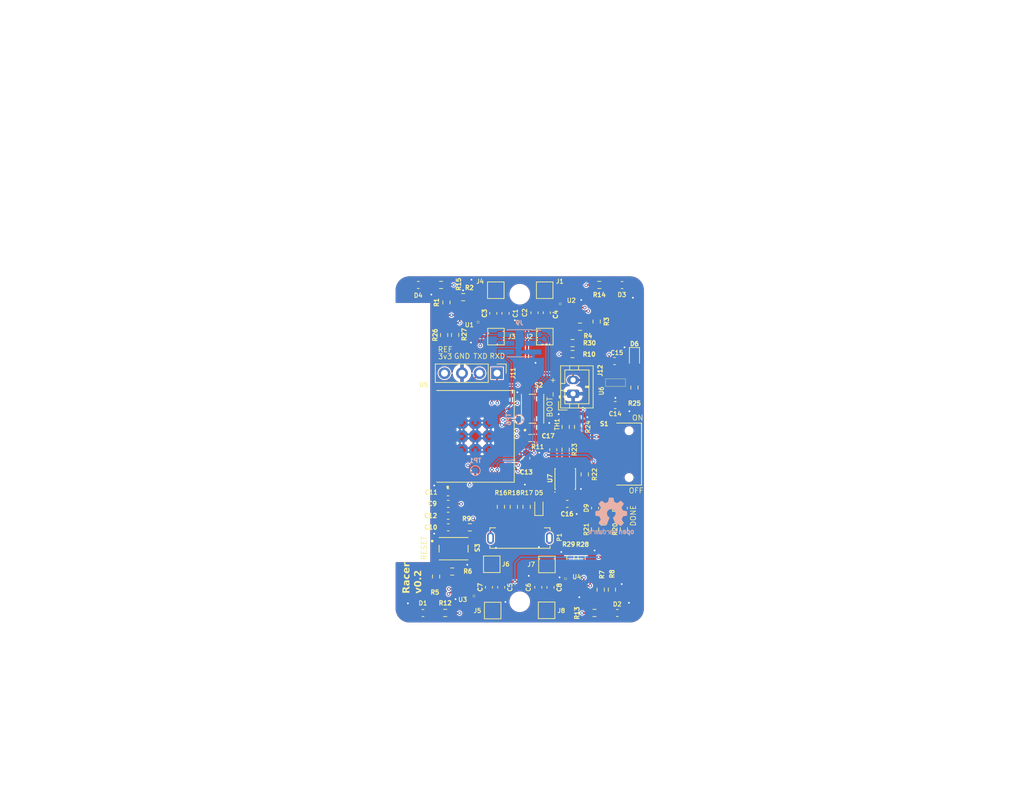
<source format=kicad_pcb>
(kicad_pcb (version 20240108) (generator "pcbnew") (generator_version "8.0")
  (layers (0 "F.Cu" signal) (1 "In1.Cu" signal) (2 "In2.Cu" signal) (31 "B.Cu" signal) (34 "B.Paste" user) (35 "F.Paste" user) (36 "B.SilkS" user "B.Silkscreen") (37 "F.SilkS" user "F.Silkscreen") (38 "B.Mask" user) (39 "F.Mask" user) (44 "Edge.Cuts" user))
  (net 0 "")
  (net 1 "LIPO+")
  (net 2 "GND")
  (net 3 "+3V3")
  (net 4 "/CP_EN")
  (net 5 "+5V")
  (net 6 "Net-(D1-A)")
  (net 7 "Net-(D2-A)")
  (net 8 "Net-(D3-A)")
  (net 9 "Net-(D4-A)")
  (net 10 "/OPT_INT")
  (net 11 "/U0RXD")
  (net 12 "/U0TXD")
  (net 13 "Net-(U1-VSET)")
  (net 14 "Net-(U1-VREF)")
  (net 15 "Net-(U2-VREF)")
  (net 16 "Net-(U2-VSET)")
  (net 17 "Net-(U3-VSET)")
  (net 18 "Net-(U3-VREF)")
  (net 19 "Net-(U4-VREF)")
  (net 20 "Net-(U4-VSET)")
  (net 21 "/ADC_BATT")
  (net 22 "Net-(U5-IO08)")
  (net 23 "Net-(U5-IO27)")
  (net 24 "Net-(U5-IO26)")
  (net 25 "Net-(U5-IO25)")
  (net 26 "Net-(U5-IO22)")
  (net 27 "Net-(P1-SHIELD)")
  (net 28 "Net-(P1-VCONN)")
  (net 29 "Net-(P1-CC)")
  (net 30 "/STAT1")
  (net 31 "/STAT2")
  (net 32 "Net-(U7-PROG)")
  (net 33 "Net-(R23-Pad1)")
  (net 34 "Net-(U7-THERM)")
  (net 35 "Net-(J1-Pin_1)")
  (net 36 "Net-(J2-Pin_1)")
  (net 37 "Net-(J3-Pin_1)")
  (net 38 "Net-(J4-Pin_1)")
  (net 39 "Net-(J5-Pin_1)")
  (net 40 "Net-(J6-Pin_1)")
  (net 41 "Net-(J7-Pin_1)")
  (net 42 "Net-(J8-Pin_1)")
  (net 43 "MOTOR_0_IN1")
  (net 44 "MOTOR_0_IN2")
  (net 45 "MOTOR_1_IN1")
  (net 46 "MOTOR_1_IN2")
  (net 47 "/SCL")
  (net 48 "Net-(U5-IO11)")
  (net 49 "Net-(U5-IO3)")
  (net 50 "/SDA")
  (net 51 "/HAL_OUT")
  (net 63 "Net-(D8-A)")
  (net 64 "Net-(D9-A)")
  (net 65 "Net-(D6-A)")
  (net 66 "/CHRGR+")
  (net 67 "Net-(U5-IO9)")
  (net 69 "RAW")
  (footprint "Capacitor_SMD:C_0603_1608Metric" (layer "F.Cu") (at 170.167 88.0364)
    (property "Reference" "D4")
    (property "Value" "LED")
  )
  (footprint "Capacitor_SMD:C_0603_1608Metric" (layer "F.Cu") (at 187.0284 92.063 90)
    (property "Reference" "C2")
    (property "Value" "10uF")
  )
  (footprint "Capacitor_SMD:C_0603_1608Metric" (layer "F.Cu") (at 191.77 119.7864)
    (property "Reference" "C16")
    (property "Value" "10uF")
  )
  (footprint "Capacitor_SMD:C_0603_1608Metric" (layer "F.Cu") (at 180.4162 131.8892 -90)
    (property "Reference" "C7")
    (property "Value" "0.1uF")
  )
  (footprint "Capacitor_SMD:C_0603_1608Metric" (layer "F.Cu") (at 174.498 121.5136 180)
    (property "Reference" "C12")
    (property "Value" "0.1uF")
  )
  (footprint "Resistor_SMD:R_0603_1608Metric" (layer "F.Cu") (at 175.0822 129.6032)
    (property "Reference" "R6")
    (property "Value" "30k")
  )
  (footprint "Resistor_SMD:R_0603_1608Metric" (layer "F.Cu") (at 193.6324 94.095 180)
    (property "Reference" "R4")
    (property "Value" "30k")
  )
  (footprint "Resistor_SMD:R_0603_1608Metric" (layer "F.Cu") (at 191.5414 111.9256 -90)
    (property "Reference" "R23")
    (property "Value" "1.43K")
  )
  (footprint "Resistor_SMD:R_0603_1608Metric" (layer "F.Cu") (at 196.4182 88.0364 180)
    (property "Reference" "R14")
    (property "Value" "200")
  )
  (footprint "TestPoint:TestPoint_Pad_2.0x2.0mm" (layer "F.Cu") (at 180.9496 135.255 180)
    (property "Reference" "J5")
    (property "Value" "motor0")
  )
  (footprint "TestPoint:TestPoint_Pad_2.0x2.0mm" (layer "F.Cu") (at 188.8236 128.5748)
    (property "Reference" "J7")
    (property "Value" "motor0")
  )
  (footprint "Capacitor_SMD:C_0603_1608Metric" (layer "F.Cu") (at 198.7202 105.4608)
    (property "Reference" "C14")
    (property "Value" "2.2uF")
  )
  (footprint "TestPoint:TestPoint_Pad_2.0x2.0mm" (layer "F.Cu") (at 181.4068 88.7984 180)
    (property "Reference" "J4")
    (property "Value" "motor1")
  )
  (footprint "Capacitor_SMD:C_0603_1608Metric" (layer "F.Cu") (at 195.8086 120.396 -90)
    (property "Reference" "D9")
    (property "Value" "LED")
  )
  (footprint "Resistor_SMD:R_0603_1608Metric" (layer "F.Cu") (at 196.6214 132.2324 -90)
    (property "Reference" "R7")
    (property "Value" "10k")
  )
  (footprint "custom_IC:MountingHole_2.7mm_M2.5" (layer "F.Cu") (at 184.8866 89.3826)
    (property "Reference" "REF**" (hide yes))
    (property "Value" "MountingHole_2.7mm_M2.5" (hide yes))
  )
  (footprint "Resistor_SMD:R_0603_1608Metric" (layer "F.Cu") (at 173.9138 95.3008 90)
    (property "Reference" "R26")
    (property "Value" "100k")
  )
  (footprint "Resistor_SMD:R_0603_1608Metric" (layer "F.Cu") (at 201.5142 102.9228 -90)
    (property "Reference" "R25")
    (property "Value" "200")
  )
  (footprint "Resistor_SMD:R_0603_1608Metric" (layer "F.Cu") (at 193.8528 127.635 -90)
    (property "Reference" "R28")
    (property "Value" "100k")
  )
  (footprint "kicad_reformed_custom_IC:AP2204" (layer "F.Cu") (at 198.7202 102.1588)
    (property "Reference" "U6")
    (property "Value" "AP2204")
  )
  (footprint "Capacitor_SMD:C_0603_1608Metric" (layer "F.Cu") (at 198.628 99.0854)
    (property "Reference" "C15")
    (property "Value" "10uF")
  )
  (footprint "Resistor_SMD:R_0603_1608Metric" (layer "F.Cu") (at 185.8772 120.2182 90)
    (property "Reference" "R17")
    (property "Value" "5k1")
  )
  (footprint "Resistor_SMD:R_0603_1608Metric" (layer "F.Cu") (at 172.7454 130.3274 90)
    (property "Reference" "R5")
    (property "Value" "10k")
  )
  (footprint "Resistor_SMD:R_0603_1608Metric" (layer "F.Cu") (at 192.2272 127.6604 -90)
    (property "Reference" "R29")
    (property "Value" "100k")
  )
  (footprint "TestPoint:TestPoint_Pad_2.0x2.0mm" (layer "F.Cu") (at 181.4322 95.5294 180)
    (property "Reference" "J3")
    (property "Value" "motor0")
  )
  (footprint "Resistor_SMD:R_0603_1608Metric" (layer "F.Cu") (at 174.0662 135.6106)
    (property "Reference" "R12")
    (property "Value" "200")
  )
  (footprint "Capacitor_SMD:C_0603_1608Metric" (layer "F.Cu") (at 185.8264 113.157 -90)
    (property "Reference" "C13")
    (property "Value" "0.1uF")
  )
  (footprint "TestPoint:TestPoint_Pad_2.0x2.0mm" (layer "F.Cu") (at 180.8226 128.5494 180)
    (property "Reference" "J6")
    (property "Value" "motor1")
  )
  (footprint "Capacitor_SMD:C_0603_1608Metric" (layer "F.Cu") (at 199.9742 120.396 -90)
    (property "Reference" "D8")
    (property "Value" "LED")
  )
  (footprint "Resistor_SMD:R_0603_1608Metric" (layer "F.Cu") (at 192.532 98.0694 180)
    (property "Reference" "R10")
    (property "Value" "10k")
  )
  (footprint "Resistor_SMD:R_0603_1608Metric" (layer "F.Cu") (at 177.6476 123.19 180)
    (property "Reference" "R9")
    (property "Value" "10k")
  )
  (footprint "Resistor_SMD:R_0603_1608Metric" (layer "F.Cu") (at 192.532 96.4692)
    (property "Reference" "R30")
    (property "Value" "10k")
  )
  (footprint "kicad_reformed_custom_IC:A3908" (layer "F.Cu") (at 193.0908 131.9142)
    (property "Reference" "U4")
    (property "Value" "A3908")
  )
  (footprint "kicad_reformed_custom_IC:SW_PTS810_SJM_250_SMTR_LFS" (layer "F.Cu") (at 186.7408 105.9942 90)
    (property "Reference" "S2")
    (property "Value" "TL4100AF240QG_")
  )
  (footprint "Resistor_SMD:R_0603_1608Metric" (layer "F.Cu") (at 194.31 115.507 -90)
    (property "Reference" "R22")
    (property "Value" "5K")
  )
  (footprint "Resistor_SMD:R_0603_1608Metric" (layer "F.Cu") (at 196.0372 93.345 -90)
    (property "Reference" "R3")
    (property "Value" "10k")
  )
  (footprint "Capacitor_SMD:C_0603_1608Metric" (layer "F.Cu") (at 181.043 92.1552 -90)
    (property "Reference" "C3")
    (property "Value" "0.1uF")
  )
  (footprint "Connector_JST:JST_PH_B2B-PH-K_1x02_P2.00mm_Vertical" (layer "F.Cu") (at 192.617 103.8192 90)
    (property "Reference" "J12")
    (property "Value" "JST 2.0 BATT")
  )
  (footprint "Capacitor_SMD:C_0603_1608Metric" (layer "F.Cu") (at 189.3448 131.9022 90)
    (property "Reference" "C8")
    (property "Value" "0.1uF")
  )
  (footprint "kicad_reformed_custom_IC:CUI_UJC-VP-3-SMT-TR" (layer "F.Cu") (at 184.912 124.7506)
    (property "Reference" "P1")
    (property "Value" "USB_C_Plug_USB2.0")
  )
  (footprint "Resistor_SMD:R_0603_1608Metric" (layer "F.Cu") (at 195.7194 135.6106 180)
    (property "Reference" "R13")
    (property "Value" "200")
  )
  (footprint "kicad_reformed_custom_IC:A3908" (layer "F.Cu") (at 177.258 92.1552 180)
    (property "Reference" "U1")
    (property "Value" "A3908")
  )
  (footprint "Resistor_SMD:R_0603_1608Metric" (layer "F.Cu") (at 191.5428 108.6236 90)
    (property "Reference" "TH1")
    (property "Value" "TH 10k")
  )
  (footprint "kicad_reformed_custom_IC:A3908" (layer "F.Cu") (at 192.3374 92.063)
    (property "Reference" "U2")
    (property "Value" "A3908")
  )
  (footprint "Resistor_SMD:R_0603_1608Metric" (layer "F.Cu") (at 173.469 88.0364)
    (property "Reference" "R15")
    (property "Value" "200")
  )
  (footprint "Diode_SMD:D_0603_1608Metric" (layer "F.Cu") (at 201.5142 98.6028 -90)
    (property "Reference" "D6")
    (property "Value" "PWLED")
  )
  (footprint "Connector_PinHeader_2.54mm:PinHeader_1x04_P2.54mm_Vertical" (layer "F.Cu") (at 181.5846 100.838 -90)
    (property "Reference" "J11")
    (property "Value" "UART")
  )
  (footprint "kicad_reformed_custom_IC:MODULE_ESP32-H2-MINI-1-H2" (layer "F.Cu") (at 175.7328 109.995 90)
    (property "Reference" "U5")
    (property "Value" "ESP32-H2-MINI-1")
  )
  (footprint "Capacitor_SMD:C_0603_1608Metric" (layer "F.Cu") (at 188.8064 92.063 90)
    (property "Reference" "C4")
    (property "Value" "0.1uF")
  )
  (footprint "Capacitor_SMD:C_0603_1608Metric" (layer "F.Cu") (at 182.1942 131.8892 -90)
    (property "Reference" "C5")
    (property "Value" "10uF")
  )
  (footprint "Resistor_SMD:R_0603_1608Metric" (layer "F.Cu") (at 186.4106 110.236)
    (property "Reference" "R11")
    (property "Value" "10k")
  )
  (footprint "Capacitor_SMD:C_0603_1608Metric" (layer "F.Cu") (at 199.0214 135.6106 180)
    (property "Reference" "D2")
    (property "Value" "LED")
  )
  (footprint "kicad_reformed_custom_IC:A3908" (layer "F.Cu") (at 176.6702 131.8772 180)
    (property "Reference" "U3")
    (property "Value" "A3908")
  )
  (footprint "Resistor_SMD:R_0603_1608Metric" (layer "F.Cu") (at 174.244 90.5764 90)
    (property "Reference" "R1")
    (property "Value" "10k")
  )
  (footprint "Capacitor_SMD:C_0603_1608Metric" (layer "F.Cu") (at 170.8404 135.62)
    (property "Reference" "D1")
    (property "Value" "LED")
  )
  (footprint "Resistor_SMD:R_0603_1608Metric" (layer "F.Cu") (at 184.023 120.2182 90)
    (property "Reference" "R18")
    (property "Value" "5k1")
  )
  (footprint "Resistor_SMD:R_0603_1608Metric" (layer "F.Cu") (at 175.5094 95.2876 90)
    (property "Reference" "R27")
    (property "Value" "100k")
  )
  (footprint "kicad_reformed_custom_IC:SW_PTS810_SJM_250_SMTR_LFS" (layer "F.Cu") (at 175.2854 126.2888)
    (property "Reference" "S3")
    (property "Value" "TL4100AF240QG_")
  )
  (footprint "TestPoint:TestPoint_Pad_2.0x2.0mm" (layer "F.Cu") (at 188.5188 95.5294)
    (property "Reference" "J2")
    (property "Value" "motor1")
  )
  (footprint "Capacitor_SMD:C_0603_1608Metric" (layer "F.Cu") (at 187.5668 131.8872 90)
    (property "Reference" "C6")
    (property "Value" "10uF")
  )
  (footprint "Capacitor_SMD:C_0603_1608Metric" (layer "F.Cu") (at 174.4726 118.11 180)
    (property "Reference" "C11")
    (property "Value" "0.1uF")
  )
  (footprint "Capacitor_SMD:C_0603_1608Metric" (layer "F.Cu") (at 174.5104 123.19 180)
    (property "Reference" "C10")
    (property "Value" "1uF 25V")
  )
  (footprint "custom_IC:MountingHole_2.7mm_M2.5" (layer "F.Cu") (at 184.8866 133.985)
    (property "Reference" "REF**" (hide yes))
    (property "Value" "MountingHole_2.7mm_M2.5" (hide yes))
  )
  (footprint "Capacitor_SMD:C_0603_1608Metric" (layer "F.Cu") (at 182.821 92.1552 -90)
    (property "Reference" "C1")
    (property "Value" "10uF")
  )
  (footprint "Resistor_SMD:R_0603_1608Metric" (layer "F.Cu") (at 195.8086 123.4816 90)
    (property "Reference" "R21")
    (property "Value" "200")
  )
  (footprint "Capacitor_SMD:C_0603_1608Metric" (layer "F.Cu") (at 199.7202 88.0618 180)
    (property "Reference" "D3")
    (property "Value" "LED")
  )
  (footprint "TestPoint:TestPoint_Pad_2.0x2.0mm" (layer "F.Cu") (at 188.4934 88.7984)
    (property "Reference" "J1")
    (property "Value" "motor0")
  )
  (footprint "Diode_SMD:D_SOD-523" (layer "F.Cu") (at 187.6552 120.2182 90)
    (property "Reference" "D5")
    (property "Value" "TPD1E10B06DPYR")
  )
  (footprint "TestPoint:TestPoint_Pad_2.0x2.0mm" (layer "F.Cu") (at 188.7728 135.2296)
    (property "Reference" "J8")
    (property "Value" "motor1")
  )
  (footprint "kicad_reformed_custom_IC:SW_JS102011SAQN" (layer "F.Cu") (at 200.7362 112.5728 90)
    (property "Reference" "S1")
    (property "Value" "JS102011SAQN")
  )
  (footprint "kicad_reformed_custom_IC:LOGO_6mm_microDMG" (layer "F.Cu") (at 200.3298 92.8624)
    (property "Reference" "G***" (hide yes))
    (property "Value" "LOGO" (hide yes))
  )
  (footprint "Resistor_SMD:R_0603_1608Metric" (layer "F.Cu") (at 193.3448 108.6236 -90)
    (property "Reference" "R24")
    (property "Value" "75K")
  )
  (footprint "Resistor_SMD:R_0603_1608Metric" (layer "F.Cu") (at 199.9742 123.4694 90)
    (property "Reference" "R20")
    (property "Value" "200")
  )
  (footprint "Resistor_SMD:R_0603_1608Metric" (layer "F.Cu") (at 176.6824 89.8144)
    (property "Reference" "R2")
    (property "Value" "30k")
  )
  (footprint "kicad_reformed_custom_IC:SON50P300X300X100-11N" (layer "F.Cu") (at 191.4826 116.18 90)
    (property "Reference" "U7")
    (property "Value" "MCP73833")
  )
  (footprint "Capacitor_SMD:C_0603_1608Metric" (layer "F.Cu") (at 189.738 111.9256 90)
    (property "Reference" "C17")
    (property "Value" "22uF")
  )
  (footprint "Resistor_SMD:R_0603_1608Metric" (layer "F.Cu") (at 182.1434 120.2182 90)
    (property "Reference" "R16")
    (property "Value" "1M")
  )
  (footprint "Capacitor_SMD:C_0603_1608Metric" (layer "F.Cu") (at 174.498 119.7864 180)
    (property "Reference" "C9")
    (property "Value" "47uF")
  )
  (footprint "Resistor_SMD:R_0603_1608Metric" (layer "F.Cu") (at 198.247 132.2324 90)
    (property "Reference" "R8")
    (property "Value" "30k")
  )
  (footprint "Symbol:OSHW-Logo2_7.3x6mm_SilkScreen" (layer "B.Cu") (at 198.1454 121.6406 180)
    (property "Reference" "REF**" (hide yes))
    (property "Value" "OSHW-Logo2_7.3x6mm_SilkScreen" (hide yes))
  )
  (footprint "TestPoint:TestPoint_Pad_D1.0mm" (layer "B.Cu") (at 184.785 107.5436)
    (property "Reference" "TP6")
    (property "Value" "TP")
  )
  (footprint "Connector_PinHeader_1.27mm:PinHeader_2x03_P1.27mm_Vertical_SMD" (layer "B.Cu") (at 184.8554 96.4946 180)
    (property "Reference" "J9")
    (property "Value" "Conn_02x03_SMT")
  )
  (footprint "TestPoint:TestPoint_Pad_D1.0mm" (layer "B.Cu") (at 178.435 114.9604 180)
    (property "Reference" "TP1")
    (property "Value" "TP")
  )
  (gr_arc (start 166.8808 88.782999) (mid 167.466586 87.368786) (end 168.880799 86.783) (stroke (width 0.000254)) (layer "Edge.Cuts"))
  (gr_line (start 202.8808 134.985) (end 202.8808 88.783) (stroke (width 0.000254)) (layer "Edge.Cuts"))
  (gr_line (start 166.8808 88.782999) (end 166.8808 134.985002) (stroke (width 0.000254)) (layer "Edge.Cuts"))
  (gr_arc (start 200.8808 86.783) (mid 202.295014 87.368786) (end 202.8808 88.783) (stroke (width 0.000254)) (layer "Edge.Cuts"))
  (gr_arc (start 202.8808 134.985) (mid 202.295014 136.399214) (end 200.8808 136.985) (stroke (width 0.000254)) (layer "Edge.Cuts"))
  (gr_arc (start 168.880798 136.985) (mid 167.466586 136.399214) (end 166.8808 134.985002) (stroke (width 0.000254)) (layer "Edge.Cuts"))
  (gr_line (start 200.8808 86.783) (end 168.880799 86.783) (stroke (width 0.000254)) (layer "Edge.Cuts"))
  (gr_line (start 168.880798 136.985) (end 200.8808 136.985) (stroke (width 0.000254)) (layer "Edge.Cuts"))
  (gr_text "REF" (at 172.9486 97.8408 0) (layer "F.SilkS") (effects (font (size 0.762 0.762) (thickness 0.1016) (bold yes)) (justify left bottom)))
  (gr_text "+" (at 190.246 101.473 180) (layer "F.SilkS") (effects (font (size 0.762 0.762) (thickness 0.1016) (bold yes)) (justify left bottom)))
  (gr_text "Racer\nv0.2" (at 170.7642 132.8166 90) (layer "F.SilkS") (effects (font (size 1.016 1.016) (thickness 0.1016) (bold yes)) (justify left bottom)))
  (gr_text "RESET" (at 171.45 127.9906 90) (layer "F.SilkS") (effects (font (size 0.762 0.762) (thickness 0.1016) (bold yes)) (justify left bottom)))
  (gr_text "CHRG" (at 197.612 123.0884 90) (layer "F.SilkS") (effects (font (size 0.762 0.762) (thickness 0.1016) (bold yes)) (justify left bottom)))
  (gr_text "GND" (at 175.2854 98.806 0) (layer "F.SilkS") (effects (font (size 0.762 0.762) (thickness 0.1016) (bold yes)) (justify left bottom)))
  (gr_text "BOOT" (at 189.6872 107.2896 90) (layer "F.SilkS") (effects (font (size 0.762 0.762) (thickness 0.1016) (bold yes)) (justify left bottom)))
  (gr_text "RXD" (at 180.4416 98.806 0) (layer "F.SilkS") (effects (font (size 0.762 0.762) (thickness 0.1016) (bold yes)) (justify left bottom)))
  (gr_text "DONE" (at 201.7776 123.0884 90) (layer "F.SilkS") (effects (font (size 0.762 0.762) (thickness 0.1016) (bold yes)) (justify left bottom)))
  (gr_text "-" (at 189.3316 103.378 -90) (layer "F.SilkS") (effects (font (size 0.762 0.762) (thickness 0.1016) (bold yes)) (justify left bottom)))
  (gr_text "ON" (at 201.1172 107.7468 0) (layer "F.SilkS") (effects (font (size 0.762 0.762) (thickness 0.1016) (bold yes)) (justify left bottom)))
  (gr_text "TXD" (at 178.0794 98.8314 0) (layer "F.SilkS") (effects (font (size 0.762 0.762) (thickness 0.1016) (bold yes)) (justify left bottom)))
  (gr_text "3v3" (at 172.974 98.8568 0) (layer "F.SilkS") (effects (font (size 0.762 0.762) (thickness 0.1016) (bold yes)) (justify left bottom)))
  (gr_text "OFF" (at 200.6346 118.3132 0) (layer "F.SilkS") (effects (font (size 0.762 0.762) (thickness 0.1016) (bold yes)) (justify left bottom)))
  (segment (start 193.357 98.0694) (end 193.357 99.4034) (width 0.2032) (layer "F.Cu") (net 1))
  (segment (start 197.9862 112.5728) (end 196.1388 112.5728) (width 0.3048) (layer "F.Cu") (net 1))
  (segment (start 195.3768 102.6414) (end 194.5546 101.8192) (width 0.3048) (layer "F.Cu") (net 1))
  (segment (start 194.5546 101.8192) (end 192.617 101.8192) (width 0.3048) (layer "F.Cu") (net 1))
  (segment (start 195.3768 111.8108) (end 195.3768 102.6414) (width 0.3048) (layer "F.Cu") (net 1))
  (segment (start 196.1388 112.5728) (end 195.3768 111.8108) (width 0.3048) (layer "F.Cu") (net 1))
  (segment (start 192.617 100.1434) (end 192.617 101.8192) (width 0.2032) (layer "F.Cu") (net 1))
  (segment (start 193.357 99.4034) (end 192.617 100.1434) (width 0.2032) (layer "F.Cu") (net 1))
  (via (at 172.0596 89.4334) (size 0.508) (drill 0.254) (layers "F.Cu" "B.Cu") (net 2))
  (via (at 181.4322 126.1618) (size 0.508) (drill 0.254) (layers "F.Cu" "B.Cu") (net 2))
  (via (at 194.691 107.2134) (size 0.508) (drill 0.254) (layers "F.Cu" "B.Cu") (net 2))
  (via (at 172.466 117.1194) (size 0.508) (drill 0.254) (layers "F.Cu" "B.Cu") (net 2))
  (via (at 172.466 124.1044) (size 0.508) (drill 0.254) (layers "F.Cu" "B.Cu") (net 2))
  (via (at 201.295 89.8906) (size 0.508) (drill 0.254) (layers "F.Cu" "B.Cu") (net 2))
  (via (at 193.7512 117.6274) (size 0.508) (drill 0.254) (layers "F.Cu" "B.Cu") (net 2))
  (via (at 185.6232 116.9924) (size 0.508) (drill 0.254) (layers "F.Cu" "B.Cu") (net 2))
  (via (at 199.6694 131.4196) (size 0.508) (drill 0.254) (layers "F.Cu" "B.Cu") (net 2))
  (via (at 184.1754 93.1672) (size 0.508) (drill 0.254) (layers "F.Cu" "B.Cu") (net 2))
  (via (at 193.5226 133.3246) (size 0.508) (drill 0.254) (layers "F.Cu" "B.Cu") (net 2))
  (via (at 193.1416 121.2596) (size 0.508) (drill 0.254) (layers "F.Cu" "B.Cu") (net 2))
  (via (at 186.182 130.2258) (size 0.508) (drill 0.254) (layers "F.Cu" "B.Cu") (net 2))
  (via (at 190.6524 130.4544) (size 0.508) (drill 0.254) (layers "F.Cu" "B.Cu") (net 2))
  (via (at 187.1726 99.3394) (size 0.508) (drill 0.254) (layers "F.Cu" "B.Cu") (net 2))
  (via (at 177.8 96.393) (size 0.508) (drill 0.254) (layers "F.Cu" "B.Cu") (net 2))
  (via (at 200.787 106.3498) (size 0.508) (drill 0.254) (layers "F.Cu" "B.Cu") (net 2))
  (via (at 184.531 103.6066) (size 0.508) (drill 0.254) (layers "F.Cu" "B.Cu") (net 2))
  (via (at 187.706 112.3696) (size 0.508) (drill 0.254) (layers "F.Cu" "B.Cu") (net 2))
  (via (at 168.656 134.2136) (size 0.508) (drill 0.254) (layers "F.Cu" "B.Cu") (net 2))
  (via (at 198.755 104.4194) (size 0.508) (drill 0.254) (layers "F.Cu" "B.Cu") (net 2))
  (via (at 200.0758 97.0788) (size 0.508) (drill 0.254) (layers "F.Cu" "B.Cu") (net 2))
  (via (at 200.7108 134.1374) (size 0.508) (drill 0.254) (layers "F.Cu" "B.Cu") (net 2))
  (via (at 177.8762 87.2744) (size 0.508) (drill 0.254) (layers "F.Cu" "B.Cu") (net 2))
  (via (at 190.5254 106.7816) (size 0.508) (drill 0.254) (layers "F.Cu" "B.Cu") (net 2))
  (via (at 176.657 88.8238) (size 0.508) (drill 0.254) (layers "F.Cu" "B.Cu") (net 2))
  (via (at 189.1538 108.0516) (size 0.508) (drill 0.254) (layers "F.Cu" "B.Cu") (net 2))
  (via (at 177.2666 128.6256) (size 0.508) (drill 0.254) (layers "F.Cu" "B.Cu") (net 2))
  (via (at 187.6552 126.0602) (size 0.508) (drill 0.254) (layers "F.Cu" "B.Cu") (net 2))
  (via (at 175.5648 133.604) (size 0.508) (drill 0.254) (layers "F.Cu" "B.Cu") (net 2))
  (via (at 193.802 90.2208) (size 0.508) (drill 0.254) (layers "F.Cu" "B.Cu") (net 2))
  (via (at 182.8038 134.0104) (size 0.508) (drill 0.254) (layers "F.Cu" "B.Cu") (net 2))
  (via (at 190.9064 126.7714) (size 0.508) (drill 0.254) (layers "F.Cu" "B.Cu") (net 2))
  (via (at 195.7324 126.5428) (size 0.508) (drill 0.254) (layers "F.Cu" "B.Cu") (net 2))
  (segment (start 197.8202 100.8588) (end 197.8202 99.1182) (width 0.2032) (layer "F.Cu") (net 3))
  (segment (start 175.273 119.7864) (end 176.3776 119.7864) (width 0.2032) (layer "F.Cu") (net 3))
  (segment (start 178.4726 123.19) (end 178.4726 122.237) (width 0.2032) (layer "F.Cu") (net 3))
  (segment (start 197.8202 99.1182) (end 197.853 99.0854) (width 0.2032) (layer "F.Cu") (net 3))
  (segment (start 176.0328 115.895) (end 176.0328 116.6006) (width 0.2032) (layer "F.Cu") (net 3))
  (segment (start 185.8264 112.382) (end 186.9316 112.382) (width 0.2032) (layer "F.Cu") (net 3))
  (segment (start 187.2356 110.236) (end 187.2356 111.2398) (width 0.2032) (layer "F.Cu") (net 3))
  (segment (start 197.853 98.1326) (end 197.8406 98.1202) (width 0.2032) (layer "F.Cu") (net 3))
  (segment (start 178.4726 122.237) (end 178.1302 121.8946) (width 0.2032) (layer "F.Cu") (net 3))
  (segment (start 175.273 118.1354) (end 175.2476 118.11) (width 0.2032) (layer "F.Cu") (net 3))
  (segment (start 186.944 111.5314) (end 186.944 112.3696) (width 0.2032) (layer "F.Cu") (net 3))
  (segment (start 187.2356 111.2398) (end 186.944 111.5314) (width 0.2032) (layer "F.Cu") (net 3))
  (segment (start 185.8264 112.382) (end 183.3458 112.382) (width 0.2032) (layer "F.Cu") (net 3))
  (segment (start 186.9316 112.382) (end 186.944 112.3696) (width 0.2032) (layer "F.Cu") (net 3))
  (segment (start 183.3458 112.382) (end 183.3328 112.395) (width 0.2032) (layer "F.Cu") (net 3))
  (segment (start 197.853 99.0854) (end 197.853 98.1326) (width 0.2032) (layer "F.Cu") (net 3))
  (segment (start 176.0328 116.6006) (end 175.2476 117.3858) (width 0.2032) (layer "F.Cu") (net 3))
  (segment (start 175.2476 117.3858) (end 175.2476 118.11) (width 0.2032) (layer "F.Cu") (net 3))
  (segment (start 175.273 119.7864) (end 175.273 118.1354) (width 0.2032) (layer "F.Cu") (net 3))
  (via (at 178.1302 121.8946) (size 0.508) (drill 0.254) (layers "F.Cu" "B.Cu") (net 3))
  (via (at 186.944 112.3696) (size 0.508) (drill 0.254) (layers "F.Cu" "B.Cu") (net 3))
  (via (at 197.8406 98.1202) (size 0.508) (drill 0.254) (layers "F.Cu" "B.Cu") (net 3))
  (via (at 179.1716 96.8248) (size 0.508) (drill 0.254) (layers "F.Cu" "B.Cu") (net 3))
  (via (at 176.3776 119.7864) (size 0.508) (drill 0.254) (layers "F.Cu" "B.Cu") (net 3))
  (segment (start 179.1716 96.0374) (end 179.1716 96.8248) (width 0.2032) (layer "B.Cu") (net 3))
  (segment (start 179.9844 95.2246) (end 179.1716 96.0374) (width 0.2032) (layer "B.Cu") (net 3))
  (segment (start 182.9054 95.2246) (end 179.9844 95.2246) (width 0.2032) (layer "B.Cu") (net 3))
  (segment (start 175.2854 123.19) (end 175.2854 125.1884) (width 0.2032) (layer "F.Cu") (net 4))
  (segment (start 180.0328 116.6646) (end 180.0328 115.895) (width 0.2032) (layer "F.Cu") (net 4))
  (segment (start 175.273 121.5136) (end 175.273 123.1776) (width 0.2032) (layer "F.Cu") (net 4))
  (segment (start 176.9618 118.2878) (end 177.6222 117.6274) (width 0.2032) (layer "F.Cu") (net 4))
  (segment (start 175.273 123.1776) (end 175.2854 123.19) (width 0.2032) (layer "F.Cu") (net 4))
  (segment (start 177.6222 117.6274) (end 179.07 117.6274) (width 0.2032) (layer "F.Cu") (net 4))
  (segment (start 176.2506 121.5136) (end 176.9618 120.8024) (width 0.2032) (layer "F.Cu") (net 4))
  (segment (start 175.3108 125.2138) (end 177.3604 125.2138) (width 0.2032) (layer "F.Cu") (net 4))
  (segment (start 175.273 121.5136) (end 176.2506 121.5136) (width 0.2032) (layer "F.Cu") (net 4))
  (segment (start 173.2104 125.2138) (end 175.3108 125.2138) (width 0.2032) (layer "F.Cu") (net 4))
  (segment (start 176.8226 123.19) (end 175.2854 123.19) (width 0.2032) (layer "F.Cu") (net 4))
  (segment (start 176.9618 120.8024) (end 176.9618 118.2878) (width 0.2032) (layer "F.Cu") (net 4))
  (segment (start 179.07 117.6274) (end 180.0328 116.6646) (width 0.2032) (layer "F.Cu") (net 4))
  (segment (start 175.2854 125.1884) (end 175.3108 125.2138) (width 0.2032) (layer "F.Cu") (net 4))
  (segment (start 186.432 122.3812) (end 186.7154 122.0978) (width 0.3048) (layer "F.Cu") (net 5))
  (segment (start 187.6044 122.0978) (end 190.4492 122.0978) (width 0.3048) (layer "F.Cu") (net 5))
  (segment (start 186.7154 122.0978) (end 187.6044 122.0978) (width 0.3048) (layer "F.Cu") (net 5))
  (segment (start 185.9788 125.857) (end 186.432 125.4038) (width 0.3048) (layer "F.Cu") (net 5))
  (segment (start 190.9826 119.774) (end 190.995 119.7864) (width 0.2032) (layer "F.Cu") (net 5))
  (segment (start 190.4492 122.0978) (end 190.754 121.793) (width 0.3048) (layer "F.Cu") (net 5))
  (segment (start 190.9826 118.5672) (end 190.9826 119.774) (width 0.2032) (layer "F.Cu") (net 5))
  (segment (start 199.9742 124.2944) (end 195.8208 124.2944) (width 0.2032) (layer "F.Cu") (net 5))
  (segment (start 195.8208 124.2944) (end 195.8086 124.3066) (width 0.2032) (layer "F.Cu") (net 5))
  (segment (start 187.6552 122.047) (end 187.6044 122.0978) (width 0.2032) (layer "F.Cu") (net 5))
  (segment (start 190.9826 117.615) (end 190.9826 118.5672) (width 0.2032) (layer "F.Cu") (net 5))
  (segment (start 187.6552 120.9182) (end 187.6552 122.047) (width 0.2032) (layer "F.Cu") (net 5))
  (segment (start 190.754 121.793) (end 190.995 121.552) (width 0.3048) (layer "F.Cu") (net 5))
  (segment (start 183.392 123.9506) (end 183.392 125.4038) (width 0.3048) (layer "F.Cu") (net 5))
  (segment (start 186.432 123.9506) (end 186.432 122.3812) (width 0.3048) (layer "F.Cu") (net 5))
  (segment (start 190.754 121.793) (end 193.2676 124.3066) (width 0.3048) (layer "F.Cu") (net 5))
  (segment (start 186.432 125.4038) (end 186.432 123.9506) (width 0.3048) (layer "F.Cu") (net 5))
  (segment (start 190.4826 117.615) (end 190.4826 118.3974) (width 0.2032) (layer "F.Cu") (net 5))
  (segment (start 190.4826 118.3974) (end 190.6524 118.5672) (width 0.2032) (layer "F.Cu") (net 5))
  (segment (start 183.392 125.4038) (end 183.8452 125.857) (width 0.3048) (layer "F.Cu") (net 5))
  (segment (start 190.995 121.552) (end 190.995 119.7864) (width 0.3048) (layer "F.Cu") (net 5))
  (segment (start 193.2676 124.3066) (end 195.8086 124.3066) (width 0.3048) (layer "F.Cu") (net 5))
  (segment (start 190.6524 118.5672) (end 190.9826 118.5672) (width 0.2032) (layer "F.Cu") (net 5))
  (segment (start 183.8452 125.857) (end 185.9788 125.857) (width 0.3048) (layer "F.Cu") (net 5))
  (segment (start 171.6154 135.62) (end 173.2318 135.62) (width 0.2032) (layer "F.Cu") (net 6))
  (segment (start 173.2318 135.62) (end 173.2412 135.6106) (width 0.2032) (layer "F.Cu") (net 6))
  (segment (start 198.2464 135.6106) (end 196.5444 135.6106) (width 0.3048) (layer "F.Cu") (net 7))
  (segment (start 198.9452 88.0618) (end 198.9198 88.0364) (width 0.2032) (layer "F.Cu") (net 8))
  (segment (start 198.9198 88.0364) (end 197.2432 88.0364) (width 0.2032) (layer "F.Cu") (net 8))
  (segment (start 170.942 88.0364) (end 172.644 88.0364) (width 0.2032) (layer "F.Cu") (net 9))
  (segment (start 180.7718 102.7684) (end 181.5846 101.9556) (width 0.2032) (layer "F.Cu") (net 11))
  (segment (start 178.4328 104.095) (end 178.4328 103.2532) (width 0.2032) (layer "F.Cu") (net 11))
  (segment (start 178.9176 102.7684) (end 180.7718 102.7684) (width 0.2032) (layer "F.Cu") (net 11))
  (segment (start 178.4328 103.2532) (end 178.9176 102.7684) (width 0.2032) (layer "F.Cu") (net 11))
  (segment (start 181.5846 101.9556) (end 181.5846 100.838) (width 0.2032) (layer "F.Cu") (net 11))
  (segment (start 178.1556 101.727) (end 179.0446 100.838) (width 0.2032) (layer "F.Cu") (net 12))
  (segment (start 177.6328 103.215) (end 178.1556 102.6922) (width 0.2032) (layer "F.Cu") (net 12))
  (segment (start 177.6328 104.095) (end 177.6328 103.215) (width 0.2032) (layer "F.Cu") (net 12))
  (segment (start 178.1556 102.6922) (end 178.1556 101.727) (width 0.2032) (layer "F.Cu") (net 12))
  (segment (start 175.8574 89.8144) (end 174.307 89.8144) (width 0.2032) (layer "F.Cu") (net 13))
  (segment (start 175.8574 90.5896) (end 176.178 90.9102) (width 0.2032) (layer "F.Cu") (net 13))
  (segment (start 174.307 89.8144) (end 174.244 89.7514) (width 0.2032) (layer "F.Cu") (net 13))
  (segment (start 175.8574 89.8144) (end 175.8574 90.5896) (width 0.2032) (layer "F.Cu") (net 13))
  (segment (start 176.178 90.9102) (end 176.178 91.4052) (width 0.2032) (layer "F.Cu") (net 13))
  (segment (start 175.522 91.9052) (end 176.178 91.9052) (width 0.2032) (layer "F.Cu") (net 14))
  (segment (start 175.0182 91.4014) (end 175.522 91.9052) (width 0.2032) (layer "F.Cu") (net 14))
  (segment (start 174.244 91.4014) (end 175.0182 91.4014) (width 0.2032) (layer "F.Cu") (net 14))
  (segment (start 194.548 92.313) (end 193.4174 92.313) (width 0.2032) (layer "F.Cu") (net 15))
  (segment (start 196.0372 92.52) (end 194.755 92.52) (width 0.2032) (layer "F.Cu") (net 15))
  (segment (start 194.755 92.52) (end 194.548 92.313) (width 0.2032) (layer "F.Cu") (net 15))
  (segment (start 194.4574 93.1876) (end 194.4574 94.095) (width 0.2032) (layer "F.Cu") (net 16))
  (segment (start 194.0828 92.813) (end 194.4574 93.1876) (width 0.2032) (layer "F.Cu") (net 16))
  (segment (start 193.4174 92.813) (end 194.0828 92.813) (width 0.2032) (layer "F.Cu") (net 16))
  (segment (start 196.0372 94.17) (end 194.5324 94.17) (width 0.2032) (layer "F.Cu") (net 16))
  (segment (start 194.5324 94.17) (end 194.4574 94.095) (width 0.2032) (layer "F.Cu") (net 16))
  (segment (start 174.2572 130.7724) (end 174.2572 129.6032) (width 0.2032) (layer "F.Cu") (net 17))
  (segment (start 174.2572 129.6032) (end 172.8462 129.6032) (width 0.2032) (layer "F.Cu") (net 17))
  (segment (start 174.612 131.1272) (end 174.2572 130.7724) (width 0.2032) (layer "F.Cu") (net 17))
  (segment (start 175.5902 131.1272) (end 174.612 131.1272) (width 0.2032) (layer "F.Cu") (net 17))
  (segment (start 172.8462 129.6032) (end 172.7454 129.5024) (width 0.2032) (layer "F.Cu") (net 17))
  (segment (start 172.7454 131.1524) (end 174.0022 131.1524) (width 0.2032) (layer "F.Cu") (net 18))
  (segment (start 174.0022 131.1524) (end 174.4726 131.6228) (width 0.2032) (layer "F.Cu") (net 18))
  (segment (start 174.810021 131.6228) (end 174.814421 131.6272) (width 0.2032) (layer "F.Cu") (net 18))
  (segment (start 174.814421 131.6272) (end 175.5902 131.6272) (width 0.2032) (layer "F.Cu") (net 18))
  (segment (start 174.4726 131.6228) (end 174.810021 131.6228) (width 0.2032) (layer "F.Cu") (net 18))
  (segment (start 195.7324 131.572) (end 195.7324 132.0038) (width 0.2032) (layer "F.Cu") (net 19))
  (segment (start 195.7324 132.0038) (end 195.572 132.1642) (width 0.2032) (layer "F.Cu") (net 19))
  (segment (start 196.6214 131.4074) (end 195.897 131.4074) (width 0.2032) (layer "F.Cu") (net 19))
  (segment (start 195.897 131.4074) (end 195.7324 131.572) (width 0.2032) (layer "F.Cu") (net 19))
  (segment (start 195.572 132.1642) (end 194.1708 132.1642) (width 0.2032) (layer "F.Cu") (net 19))
  (segment (start 195.389 133.0574) (end 196.6214 133.0574) (width 0.2032) (layer "F.Cu") (net 20))
  (segment (start 194.1708 132.6642) (end 194.9958 132.6642) (width 0.2032) (layer "F.Cu") (net 20))
  (segment (start 198.247 133.0574) (end 196.6214 133.0574) (width 0.2032) (layer "F.Cu") (net 20))
  (segment (start 194.9958 132.6642) (end 195.389 133.0574) (width 0.2032) (layer "F.Cu") (net 20))
  (segment (start 191.707 98.0694) (end 190.6016 98.0694) (width 0.2032) (layer "F.Cu") (net 21))
  (segment (start 177.6328 117.0072) (end 177.6222 117.0178) (width 0.2032) (layer "F.Cu") (net 21))
  (segment (start 177.6328 115.895) (end 177.6328 117.0072) (width 0.2032) (layer "F.Cu") (net 21))
  (segment (start 191.707 96.4692) (end 191.707 98.0694) (width 0.2032) (layer "F.Cu") (net 21))
  (via (at 190.6016 98.0694) (size 0.508) (drill 0.254) (layers "F.Cu" "B.Cu") (net 21))
  (via (at 177.6222 117.0178) (size 0.508) (drill 0.254) (layers "F.Cu" "B.Cu") (net 21))
  (segment (start 184.6326 107.2134) (end 184.2142 106.795) (width 0.2032) (layer "F.Cu") (net 22))
  (segment (start 184.6326 108.5088) (end 184.6326 107.2134) (width 0.2032) (layer "F.Cu") (net 22))
  (segment (start 185.5856 109.4618) (end 184.6326 108.5088) (width 0.2032) (layer "F.Cu") (net 22))
  (segment (start 184.2142 106.795) (end 183.3328 106.795) (width 0.2032) (layer "F.Cu") (net 22))
  (segment (start 185.5856 110.236) (end 185.5856 109.4618) (width 0.2032) (layer "F.Cu") (net 22))
  (segment (start 174.9166 135.636) (end 176.149 135.636) (width 0.2032) (layer "F.Cu") (net 23))
  (segment (start 180.8328 105.1204) (end 180.7972 105.156) (width 0.2032) (layer "F.Cu") (net 23))
  (segment (start 180.8328 104.095) (end 180.8328 105.1204) (width 0.2032) (layer "F.Cu") (net 23))
  (segment (start 174.8912 135.6106) (end 174.9166 135.636) (width 0.2032) (layer "F.Cu") (net 23))
  (via (at 176.149 135.636) (size 0.508) (drill 0.254) (layers "F.Cu" "B.Cu") (net 23))
  (via (at 180.7972 105.156) (size 0.508) (drill 0.254) (layers "F.Cu" "B.Cu") (net 23))
  (segment (start 181.6328 105.128) (end 181.6354 105.1306) (width 0.2032) (layer "F.Cu") (net 24))
  (segment (start 194.8944 135.6106) (end 193.929 135.6106) (width 0.2032) (layer "F.Cu") (net 24))
  (segment (start 181.6328 104.095) (end 181.6328 105.128) (width 0.2032) (layer "F.Cu") (net 24))
  (via (at 193.929 135.6106) (size 0.508) (drill 0.254) (layers "F.Cu" "B.Cu") (net 24))
  (via (at 181.6354 105.1306) (size 0.508) (drill 0.254) (layers "F.Cu" "B.Cu") (net 24))
  (segment (start 182.4328 103.4442) (end 182.4328 104.095) (width 0.2032) (layer "F.Cu") (net 25))
  (segment (start 183.3118 102.5652) (end 182.4328 103.4442) (width 0.2032) (layer "F.Cu") (net 25))
  (segment (start 184.6072 102.5652) (end 183.3118 102.5652) (width 0.2032) (layer "F.Cu") (net 25))
  (segment (start 194.5132 88.0872) (end 194.564 88.0364) (width 0.2032) (layer "F.Cu") (net 25))
  (segment (start 194.564 88.0364) (end 195.5932 88.0364) (width 0.2032) (layer "F.Cu") (net 25))
  (via (at 184.6072 102.5652) (size 0.508) (drill 0.254) (layers "F.Cu" "B.Cu") (net 25))
  (via (at 194.5132 88.0872) (size 0.508) (drill 0.254) (layers "F.Cu" "B.Cu") (net 25))
  (segment (start 183.3328 105.195) (end 184.5174 105.195) (width 0.2032) (layer "F.Cu") (net 26))
  (segment (start 184.5174 105.195) (end 184.531 105.1814) (width 0.2032) (layer "F.Cu") (net 26))
  (segment (start 174.294 88.0364) (end 175.2854 88.0364) (width 0.2032) (layer "F.Cu") (net 26))
  (via (at 175.2854 88.0364) (size 0.508) (drill 0.254) (layers "F.Cu" "B.Cu") (net 26))
  (via (at 184.531 105.1814) (size 0.508) (drill 0.254) (layers "F.Cu" "B.Cu") (net 26))
  (segment (start 182.1434 121.0432) (end 182.1434 121.8184) (width 0.2032) (layer "F.Cu") (net 27))
  (segment (start 180.848 122.047) (end 180.642 122.253) (width 0.2032) (layer "F.Cu") (net 27))
  (segment (start 180.642 122.253) (end 180.642 124.7506) (width 0.2032) (layer "F.Cu") (net 27))
  (segment (start 182.1434 121.8184) (end 181.9148 122.047) (width 0.2032) (layer "F.Cu") (net 27))
  (segment (start 181.9148 122.047) (end 180.848 122.047) (width 0.2032) (layer "F.Cu") (net 27))
  (segment (start 185.412 122.5376) (end 185.8772 122.0724) (width 0.2032) (layer "F.Cu") (net 28))
  (segment (start 185.8772 122.0724) (end 185.8772 121.0432) (width 0.2032) (layer "F.Cu") (net 28))
  (segment (start 185.412 123.9506) (end 185.412 122.5376) (width 0.2032) (layer "F.Cu") (net 28))
  (segment (start 184.412 123.9506) (end 184.412 122.3852) (width 0.2032) (layer "F.Cu") (net 29))
  (segment (start 184.023 121.9962) (end 184.023 121.0432) (width 0.2032) (layer "F.Cu") (net 29))
  (segment (start 184.412 122.3852) (end 184.023 121.9962) (width 0.2032) (layer "F.Cu") (net 29))
  (segment (start 191.4826 117.615) (end 191.4652 117.6324) (width 0.2032) (layer "F.Cu") (net 30))
  (segment (start 191.9224 118.8974) (end 195.6308 118.8974) (width 0.2032) (layer "F.Cu") (net 30))
  (segment (start 191.4652 118.4402) (end 191.9224 118.8974) (width 0.2032) (layer "F.Cu") (net 30))
  (segment (start 191.4652 117.6324) (end 191.4652 118.4402) (width 0.2032) (layer "F.Cu") (net 30))
  (segment (start 195.8086 119.0752) (end 195.8086 119.621) (width 0.2032) (layer "F.Cu") (net 30))
  (segment (start 195.6308 118.8974) (end 195.8086 119.0752) (width 0.2032) (layer "F.Cu") (net 30))
  (segment (start 191.9826 118.2464) (end 192.2272 118.491) (width 0.2032) (layer "F.Cu") (net 31))
  (segment (start 199.4662 118.491) (end 199.9742 118.999) (width 0.2032) (layer "F.Cu") (net 31))
  (segment (start 192.2272 118.491) (end 199.4662 118.491) (width 0.2032) (layer "F.Cu") (net 31))
  (segment (start 191.9826 117.615) (end 191.9826 118.2464) (width 0.2032) (layer "F.Cu") (net 31))
  (segment (start 199.9742 118.999) (end 199.9742 119.621) (width 0.2032) (layer "F.Cu") (net 31))
  (segment (start 194.31 114.682) (end 192.5456 114.682) (width 0.2032) (layer "F.Cu") (net 32))
  (segment (start 192.5456 114.682) (end 192.4826 114.745) (width 0.2032) (layer "F.Cu") (net 32))
  (segment (start 191.5414 109.45) (end 191.5428 109.4486) (width 0.2032) (layer "F.Cu") (net 33))
  (segment (start 193.3448 109.4486) (end 191.5428 109.4486) (width 0.2032) (layer "F.Cu") (net 33))
  (segment (start 191.5414 111.1006) (end 191.5414 109.45) (width 0.2032) (layer "F.Cu") (net 33))
  (segment (start 191.4826 114.745) (end 191.4826 112.8094) (width 0.2032) (layer "F.Cu") (net 34))
  (segment (start 191.4826 112.8094) (end 191.5414 112.7506) (width 0.2032) (layer "F.Cu") (net 34))
  (segment (start 190.6524 88.7984) (end 191.3128 89.4588) (width 0.4572) (layer "F.Cu") (net 35))
  (segment (start 191.2874 90.551) (end 191.3128 90.5256) (width 0.2032) (layer "F.Cu") (net 35))
  (segment (start 191.3128 89.4588) (end 191.3128 90.5256) (width 0.4572) (layer "F.Cu") (net 35))
  (segment (start 191.2874 91.313) (end 191.2874 90.551) (width 0.2032) (layer "F.Cu") (net 35))
  (segment (start 188.4934 88.7984) (end 190.6524 88.7984) (width 0.4572) (layer "F.Cu") (net 35))
  (segment (start 190.2714 95.5294) (end 190.6778 95.123) (width 0.4572) (layer "F.Cu") (net 36))
  (segment (start 191.2874 94.5134) (end 191.2874 93.7006) (width 0.4572) (layer "F.Cu") (net 36))
  (segment (start 188.5188 95.5294) (end 190.2714 95.5294) (width 0.4572) (layer "F.Cu") (net 36))
  (segment (start 191.2874 92.813) (end 191.2874 93.7006) (width 0.2032) (layer "F.Cu") (net 36))
  (segment (start 190.6778 95.123) (end 191.2874 94.5134) (width 0.4572) (layer "F.Cu") (net 36))
  (segment (start 178.7652 95.5294) (end 181.4322 95.5294) (width 0.4572) (layer "F.Cu") (net 37))
  (segment (start 178.308 93.7006) (end 178.308 92.9052) (width 0.2032) (layer "F.Cu") (net 37))
  (segment (start 178.308 95.0722) (end 178.7652 95.5294) (width 0.4572) (layer "F.Cu") (net 37))
  (segment (start 178.308 93.7006) (end 178.308 95.0722) (width 0.4572) (layer "F.Cu") (net 37))
  (segment (start 179.3748 89.8652) (end 178.6382 90.6018) (width 0.4572) (layer "F.Cu") (net 38))
  (segment (start 178.308 90.932) (end 178.3842 90.8558) (width 0.2032) (layer "F.Cu") (net 38))
  (segment (start 178.308 91.4052) (end 178.308 90.932) (width 0.2032) (layer "F.Cu") (net 38))
  (segment (start 179.3748 89.154) (end 179.3748 89.8652) (width 0.4572) (layer "F.Cu") (net 38))
  (segment (start 179.7304 88.7984) (end 179.3748 89.154) (width 0.4572) (layer "F.Cu") (net 38))
  (segment (start 181.4068 88.7984) (end 179.7304 88.7984) (width 0.4572) (layer "F.Cu") (net 38))
  (segment (start 178.3842 90.8558) (end 178.6382 90.6018) (width 0.2032) (layer "F.Cu") (net 38))
  (segment (start 177.7202 133.4552) (end 177.7202 132.6272) (width 0.2032) (layer "F.Cu") (net 39))
  (segment (start 177.7202 134.464) (end 178.5112 135.255) (width 0.4572) (layer "F.Cu") (net 39))
  (segment (start 178.5112 135.255) (end 180.9496 135.255) (width 0.4572) (layer "F.Cu") (net 39))
  (segment (start 177.7202 133.4552) (end 177.7202 134.464) (width 0.4572) (layer "F.Cu") (net 39))
  (segment (start 178.7398 128.5494) (end 177.7238 129.5654) (width 0.4572) (layer "F.Cu") (net 40))
  (segment (start 177.7202 131.1272) (end 177.7202 130.2294) (width 0.2032) (layer "F.Cu") (net 40))
  (segment (start 177.7238 129.5654) (end 177.7238 130.2258) (width 0.4572) (layer "F.Cu") (net 40))
  (segment (start 180.8226 128.5494) (end 178.7398 128.5494) (width 0.4572) (layer "F.Cu") (net 40))
  (segment (start 177.7202 130.2294) (end 177.7238 130.2258) (width 0.2032) (layer "F.Cu") (net 40))
  (segment (start 190.6524 128.5748) (end 192.0494 129.9718) (width 0.4572) (layer "F.Cu") (net 41))
  (segment (start 192.0408 130.4884) (end 192.0494 130.4798) (width 0.2032) (layer "F.Cu") (net 41))
  (segment (start 188.8236 128.5748) (end 190.6524 128.5748) (width 0.4572) (layer "F.Cu") (net 41))
  (segment (start 192.0408 131.1642) (end 192.0408 130.4884) (width 0.2032) (layer "F.Cu") (net 41))
  (segment (start 192.0494 129.9718) (end 192.0494 130.4798) (width 0.4572) (layer "F.Cu") (net 41))
  (segment (start 191.6684 134.747) (end 192.024 134.3914) (width 0.4572) (layer "F.Cu") (net 42))
  (segment (start 192.0408 132.6642) (end 192.0408 133.384) (width 0.2032) (layer "F.Cu") (net 42))
  (segment (start 192.0408 133.384) (end 192.024 133.4008) (width 0.2032) (layer "F.Cu") (net 42))
  (segment (start 188.7728 135.2296) (end 191.1858 135.2296) (width 0.4572) (layer "F.Cu") (net 42))
  (segment (start 192.024 134.3914) (end 192.024 133.4008) (width 0.4572) (layer "F.Cu") (net 42))
  (segment (start 191.1858 135.2296) (end 191.6684 134.747) (width 0.4572) (layer "F.Cu") (net 42))
  (segment (start 174.244 92.4306) (end 174.9806 92.4306) (width 0.2032) (layer "F.Cu") (net 43))
  (segment (start 173.9138 94.4758) (end 173.9138 92.7608) (width 0.2032) (layer "F.Cu") (net 43))
  (segment (start 174.6032 132.1272) (end 174.5996 132.1308) (width 0.2032) (layer "F.Cu") (net 43))
  (segment (start 175.5902 132.1272) (end 174.6032 132.1272) (width 0.2032) (layer "F.Cu") (net 43))
  (segment (start 174.0662 92.6084) (end 174.244 92.4306) (width 0.2032) (layer "F.Cu") (net 43))
  (segment (start 176.178 92.4052) (end 175.006 92.4052) (width 0.2032) (layer "F.Cu") (net 43))
  (segment (start 184.6326 115.0366) (end 184.391 114.795) (width 0.2032) (layer "F.Cu") (net 43))
  (segment (start 175.006 92.4052) (end 174.9806 92.4306) (width 0.2032) (layer "F.Cu") (net 43))
  (segment (start 173.9138 92.7608) (end 174.0662 92.6084) (width 0.2032) (layer "F.Cu") (net 43))
  (segment (start 184.391 114.795) (end 183.3328 114.795) (width 0.2032) (layer "F.Cu") (net 43))
  (via (at 174.9806 92.4306) (size 0.508) (drill 0.254) (layers "F.Cu" "B.Cu") (net 43))
  (via (at 174.5996 132.1308) (size 0.508) (drill 0.254) (layers "F.Cu" "B.Cu") (net 43))
  (via (at 184.6326 115.0366) (size 0.508) (drill 0.254) (layers "F.Cu" "B.Cu") (net 43))
  (segment (start 175.5094 93.7814) (end 175.5094 94.4626) (width 0.2032) (layer "F.Cu") (net 44))
  (segment (start 174.789 132.6272) (end 174.5488 132.8674) (width 0.2032) (layer "F.Cu") (net 44))
  (segment (start 176.178 93.5192) (end 176.178 92.9052) (width 0.2032) (layer "F.Cu") (net 44))
  (segment (start 183.3328 113.995) (end 184.48 113.995) (width 0.2032) (layer "F.Cu") (net 44))
  (segment (start 176.1744 93.5228) (end 175.768 93.5228) (width 0.2032) (layer "F.Cu") (net 44))
  (segment (start 175.5902 132.6272) (end 174.789 132.6272) (width 0.2032) (layer "F.Cu") (net 44))
  (segment (start 184.48 113.995) (end 184.658 114.173) (width 0.2032) (layer "F.Cu") (net 44))
  (segment (start 176.1744 93.5228) (end 176.178 93.5192) (width 0.2032) (layer "F.Cu") (net 44))
  (segment (start 175.768 93.5228) (end 175.5094 93.7814) (width 0.2032) (layer "F.Cu") (net 44))
  (via (at 184.658 114.173) (size 0.508) (drill 0.254) (layers "F.Cu" "B.Cu") (net 44))
  (via (at 174.5488 132.8674) (size 0.508) (drill 0.254) (layers "F.Cu" "B.Cu") (net 44))
  (via (at 176.1744 93.5228) (size 0.508) (drill 0.254) (layers "F.Cu" "B.Cu") (net 44))
  (segment (start 195.0814 131.6642) (end 195.0974 131.6482) (width 0.2032) (layer "F.Cu") (net 45))
  (segment (start 193.8528 129.2606) (end 195.0974 130.5052) (width 0.2032) (layer "F.Cu") (net 45))
  (segment (start 193.8528 128.46) (end 193.8528 129.2606) (width 0.2032) (layer "F.Cu") (net 45))
  (segment (start 195.0974 130.5052) (end 195.0974 131.6482) (width 0.2032) (layer "F.Cu") (net 45))
  (segment (start 193.4254 91.821) (end 194.818 91.821) (width 0.2032) (layer "F.Cu") (net 45))
  (segment (start 184.4164 109.995) (end 184.4294 109.982) (width 0.2032) (layer "F.Cu") (net 45))
  (segment (start 193.4174 91.813) (end 193.4254 91.821) (width 0.2032) (layer "F.Cu") (net 45))
  (segment (start 183.3328 109.995) (end 184.4164 109.995) (width 0.2032) (layer "F.Cu") (net 45))
  (segment (start 194.1708 131.6642) (end 195.0814 131.6642) (width 0.2032) (layer "F.Cu") (net 45))
  (via (at 194.818 91.821) (size 0.508) (drill 0.254) (layers "F.Cu" "B.Cu") (net 45))
  (via (at 195.0974 131.6482) (size 0.508) (drill 0.254) (layers "F.Cu" "B.Cu") (net 45))
  (via (at 184.4294 109.982) (size 0.508) (drill 0.254) (layers "F.Cu" "B.Cu") (net 45))
  (segment (start 192.2272 128.4854) (end 192.2272 129.286) (width 0.2032) (layer "F.Cu") (net 46))
  (segment (start 194.1708 131.1642) (end 194.1708 130.492) (width 0.2032) (layer "F.Cu") (net 46))
  (segment (start 194.1708 130.492) (end 194.183 130.4798) (width 0.2032) (layer "F.Cu") (net 46))
  (segment (start 184.429 109.195) (end 184.4294 109.1946) (width 0.2032) (layer "F.Cu") (net 46))
  (segment (start 183.3328 109.195) (end 184.429 109.195) (width 0.2032) (layer "F.Cu") (net 46))
  (segment (start 192.2272 129.286) (end 193.421 130.4798) (width 0.2032) (layer "F.Cu") (net 46))
  (segment (start 193.421 130.4798) (end 194.183 130.4798) (width 0.2032) (layer "F.Cu") (net 46))
  (segment (start 193.4174 91.313) (end 194.31 91.313) (width 0.2032) (layer "F.Cu") (net 46))
  (via (at 194.183 130.4798) (size 0.508) (drill 0.254) (layers "F.Cu" "B.Cu") (net 46))
  (via (at 184.4294 109.1946) (size 0.508) (drill 0.254) (layers "F.Cu" "B.Cu") (net 46))
  (via (at 194.31 91.313) (size 0.508) (drill 0.254) (layers "F.Cu" "B.Cu") (net 46))
  (segment (start 180.848 114.8334) (end 180.848 115.8798) (width 0.2032) (layer "F.Cu") (net 47))
  (segment (start 180.848 115.8798) (end 180.8328 115.895) (width 0.2032) (layer "F.Cu") (net 47))
  (via (at 180.848 114.8334) (size 0.508) (drill 0.254) (layers "F.Cu" "B.Cu") (net 47))
  (segment (start 188.6712 96.8248) (end 188.6712 101.092) (width 0.2032) (layer "B.Cu") (net 47))
  (segment (start 180.848 114.2746) (end 180.848 114.8334) (width 0.2032) (layer "B.Cu") (net 47))
  (segment (start 188.6712 101.092) (end 186.7916 102.9716) (width 0.2032) (layer "B.Cu") (net 47))
  (segment (start 184.4294 113.2332) (end 181.8894 113.2332) (width 0.2032) (layer "B.Cu") (net 47))
  (segment (start 188.341 96.4946) (end 188.6712 96.8248) (width 0.2032) (layer "B.Cu") (net 47))
  (segment (start 181.8894 113.2332) (end 180.848 114.2746) (width 0.2032) (layer "B.Cu") (net 47))
  (segment (start 186.7916 102.9716) (end 186.7916 110.871) (width 0.2032) (layer "B.Cu") (net 47))
  (segment (start 186.8054 96.4946) (end 188.341 96.4946) (width 0.2032) (layer "B.Cu") (net 47))
  (segment (start 186.7916 110.871) (end 184.4294 113.2332) (width 0.2032) (layer "B.Cu") (net 47))
  (segment (start 183.3328 107.595) (end 182.4488 107.595) (width 0.2032) (layer "F.Cu") (net 48))
  (segment (start 182.4488 107.595) (end 182.4482 107.5944) (width 0.2032) (layer "F.Cu") (net 48))
  (via (at 182.4482 107.5944) (size 0.508) (drill 0.254) (layers "F.Cu" "B.Cu") (net 48))
  (segment (start 182.8038 107.5944) (end 182.8546 107.5436) (width 0.2032) (layer "B.Cu") (net 48))
  (segment (start 182.4482 107.5944) (end 182.8038 107.5944) (width 0.2032) (layer "B.Cu") (net 48))
  (segment (start 182.8546 107.5436) (end 184.785 107.5436) (width 0.2032) (layer "B.Cu") (net 48))
  (segment (start 178.4328 115.895) (end 178.4328 115.263) (width 0.2032) (layer "F.Cu") (net 49))
  (segment (start 178.4328 115.263) (end 177.3682 114.1984) (width 0.2032) (layer "F.Cu") (net 49))
  (via (at 177.3682 114.1984) (size 0.508) (drill 0.254) (layers "F.Cu" "B.Cu") (net 49))
  (segment (start 177.3682 114.1984) (end 177.673 114.1984) (width 0.2032) (layer "B.Cu") (net 49))
  (segment (start 177.673 114.1984) (end 178.435 114.9604) (width 0.2032) (layer "B.Cu") (net 49))
  (segment (start 181.6328 114.836) (end 181.6354 114.8334) (width 0.2032) (layer "F.Cu") (net 50))
  (segment (start 181.6328 115.895) (end 181.6328 114.836) (width 0.2032) (layer "F.Cu") (net 50))
  (via (at 181.6354 114.8334) (size 0.508) (drill 0.254) (layers "F.Cu" "B.Cu") (net 50))
  (segment (start 181.6354 113.990094) (end 182.036694 113.5888) (width 0.2032) (layer "B.Cu") (net 50))
  (segment (start 188.6204 95.2246) (end 186.8054 95.2246) (width 0.2032) (layer "B.Cu") (net 50))
  (segment (start 181.6354 114.8334) (end 181.6354 113.990094) (width 0.2032) (layer "B.Cu") (net 50))
  (segment (start 187.1472 103.118894) (end 189.0268 101.239294) (width 0.2032) (layer "B.Cu") (net 50))
  (segment (start 187.1472 111.018294) (end 187.1472 103.118894) (width 0.2032) (layer "B.Cu") (net 50))
  (segment (start 184.576694 113.5888) (end 187.1472 111.018294) (width 0.2032) (layer "B.Cu") (net 50))
  (segment (start 182.036694 113.5888) (end 184.576694 113.5888) (width 0.2032) (layer "B.Cu") (net 50))
  (segment (start 189.0268 95.631) (end 188.6204 95.2246) (width 0.2032) (layer "B.Cu") (net 50))
  (segment (start 189.0268 101.239294) (end 189.0268 95.631) (width 0.2032) (layer "B.Cu") (net 50))
  (segment (start 182.2958 108.3564) (end 183.2942 108.3564) (width 0.2032) (layer "F.Cu") (net 51))
  (segment (start 183.2942 108.3564) (end 183.3328 108.395) (width 0.2032) (layer "F.Cu") (net 51))
  (via (at 182.2958 108.3564) (size 0.508) (drill 0.254) (layers "F.Cu" "B.Cu") (net 51))
  (segment (start 182.9054 98.6028) (end 182.9054 97.7646) (width 0.2032) (layer "B.Cu") (net 51))
  (segment (start 183.642 105.41) (end 183.642 99.3394) (width 0.2032) (layer "B.Cu") (net 51))
  (segment (start 181.9402 107.1118) (end 183.642 105.41) (width 0.2032) (layer "B.Cu") (net 51))
  (segment (start 182.2958 108.3564) (end 181.9402 108.0008) (width 0.2032) (layer "B.Cu") (net 51))
  (segment (start 183.642 99.3394) (end 182.9054 98.6028) (width 0.2032) (layer "B.Cu") (net 51))
  (segment (start 181.9402 108.0008) (end 181.9402 107.1118) (width 0.2032) (layer "B.Cu") (net 51))
  (segment (start 199.9742 121.171) (end 199.9742 122.6444) (width 0.2032) (layer "F.Cu") (net 63))
  (segment (start 195.8086 122.6566) (end 195.8086 121.171) (width 0.2032) (layer "F.Cu") (net 64))
  (segment (start 201.5142 99.3903) (end 201.5142 102.0978) (width 0.2032) (layer "F.Cu") (net 65))
  (segment (start 190.1444 114.046) (end 190.4746 114.046) (width 0.2032) (layer "F.Cu") (net 66))
  (segment (start 188.6974 112.7006) (end 188.6966 112.6998) (width 0.3048) (layer "F.Cu") (net 66))
  (segment (start 190.9826 114.1476) (end 190.889 114.054) (width 0.2032) (layer "F.Cu") (net 66))
  (segment (start 195.58 114.5286) (end 196.1242 115.0728) (width 0.3048) (layer "F.Cu") (net 66))
  (segment (start 190.4746 114.046) (end 190.4826 114.054) (width 0.2032) (layer "F.Cu") (net 66))
  (segment (start 190.9826 114.745) (end 190.9826 114.1476) (width 0.2032) (layer "F.Cu") (net 66))
  (segment (start 195.58 113.6142) (end 195.58 114.5286) (width 0.3048) (layer "F.Cu") (net 66))
  (segment (start 189.738 113.6396) (end 190.1444 114.046) (width 0.3048) (layer "F.Cu") (net 66))
  (segment (start 196.1242 115.0728) (end 197.9862 115.0728) (width 0.3048) (layer "F.Cu") (net 66))
  (segment (start 189.738 112.7006) (end 189.738 113.6396) (width 0.3048) (layer "F.Cu") (net 66))
  (segment (start 189.738 112.7006) (end 188.6974 112.7006) (width 0.3048) (layer "F.Cu") (net 66))
  (segment (start 190.4826 114.054) (end 190.4826 114.745) (width 0.2032) (layer "F.Cu") (net 66))
  (segment (start 190.889 114.054) (end 190.4826 114.054) (width 0.2032) (layer "F.Cu") (net 66))
  (via (at 188.6966 112.6998) (size 0.508) (drill 0.254) (layers "F.Cu" "B.Cu") (net 66))
  (via (at 195.58 113.6142) (size 0.508) (drill 0.254) (layers "F.Cu" "B.Cu") (net 66))
  (segment (start 194.6656 112.6998) (end 188.6966 112.6998) (width 0.3048) (layer "B.Cu") (net 66))
  (segment (start 195.58 113.6142) (end 194.6656 112.6998) (width 0.3048) (layer "B.Cu") (net 66))
  (segment (start 185.6412 105.995) (end 185.6658 106.0196) (width 0.2032) (layer "F.Cu") (net 67))
  (segment (start 185.6658 106.0196) (end 185.6658 103.9192) (width 0.2032) (layer "F.Cu") (net 67))
  (segment (start 183.3328 105.995) (end 185.6412 105.995) (width 0.2032) (layer "F.Cu") (net 67))
  (segment (start 185.6658 108.0692) (end 185.6658 106.0196) (width 0.2032) (layer "F.Cu") (net 67))
  (segment (start 197.9862 106.7434) (end 197.9862 110.0728) (width 0.4572) (layer "F.Cu") (net 69))
  (segment (start 179.5526 91.9226) (end 179.2478 91.9226) (width 0.3048) (layer "F.Cu") (net 69))
  (segment (start 192.0408 132.1642) (end 191.3048 132.1642) (width 0.2032) (layer "F.Cu") (net 69))
  (segment (start 190.9064 132.1816) (end 191.2874 132.1816) (width 0.3048) (layer "F.Cu") (net 69))
  (segment (start 199.4916 102.2096) (end 199.7202 102.4382) (width 0.2032) (layer "F.Cu") (net 69))
  (segment (start 184.404 92.456) (end 184.785 92.837) (width 0.3048) (layer "F.Cu") (net 69))
  (segment (start 184.141 91.3802) (end 184.404 91.6432) (width 0.3048) (layer "F.Cu") (net 69))
  (segment (start 187.5668 132.6622) (end 186.6372 132.6622) (width 0.3048) (layer "F.Cu") (net 69))
  (segment (start 189.3448 132.6772) (end 190.4108 132.6772) (width 0.3048) (layer "F.Cu") (net 69))
  (segment (start 180.095 91.3802) (end 179.5526 91.9226) (width 0.3048) (layer "F.Cu") (net 69))
  (segment (start 190.0936 105.283) (end 190.9572 106.1466) (width 0.3048) (layer "F.Cu") (net 69))
  (segment (start 201.5142 103.7478) (end 200.7504 103.7478) (width 0.2032) (layer "F.Cu") (net 69))
  (segment (start 190.4238 92.313) (end 191.2874 92.313) (width 0.2032) (layer "F.Cu") (net 69))
  (segment (start 185.7756 131.064) (end 184.1754 131.064) (width 0.3048) (layer "F.Cu") (net 69))
  (segment (start 190.1096 92.313) (end 189.5846 92.838) (width 0.3048) (layer "F.Cu") (net 69))
  (segment (start 197.8202 103.4588) (end 197.8202 102.4078) (width 0.2032) (layer "F.Cu") (net 69))
  (segment (start 178.6084 131.6272) (end 178.6128 131.6228) (width 0.2032) (layer "F.Cu") (net 69))
  (segment (start 190.0936 101.6762) (end 190.0936 105.283) (width 0.3048) (layer "F.Cu") (net 69))
  (segment (start 187.0284 92.838) (end 185.929 92.838) (width 0.3048) (layer "F.Cu") (net 69))
  (segment (start 187.0284 92.838) (end 188.8064 92.838) (width 0.3048) (layer "F.Cu") (net 69))
  (segment (start 200.4614 103.4588) (end 199.7202 103.4588) (width 0.2032) (layer "F.Cu") (net 69))
  (segment (start 200.5984 110.0728) (end 197.9862 110.0728) (width 0.3048) (layer "F.Cu") (net 69))
  (segment (start 198.0184 102.2096) (end 199.4916 102.2096) (width 0.2032) (layer "F.Cu") (net 69))
  (segment (start 181.043 91.3802) (end 180.095 91.3802) (width 0.3048) (layer "F.Cu") (net 69))
  (segment (start 189.5846 92.838) (end 188.8064 92.838) (width 0.3048) (layer "F.Cu") (net 69))
  (segment (start 185.929 99.1372) (end 187.6552 100.8634) (width 0.3048) (layer "F.Cu") (net 69))
  (segment (start 186.309 132.334) (end 186.309 131.5974) (width 0.3048) (layer "F.Cu") (net 69))
  (segment (start 190.9572 106.1466) (end 194.0306 106.1466) (width 0.3048) (layer "F.Cu") (net 69))
  (segment (start 184.404 91.6432) (end 184.404 92.456) (width 0.3048) (layer "F.Cu") (net 69))
  (segment (start 177.7202 131.6272) (end 178.6084 131.6272) (width 0.2032) (layer "F.Cu") (net 69))
  (segment (start 180.4162 131.1142) (end 182.1942 131.1142) (width 0.3048) (layer "F.Cu") (net 69))
  (segment (start 200.7504 103.7478) (end 200.4614 103.4588) (width 0.2032) (layer "F.Cu") (net 69))
  (segment (start 199.7202 102.4382) (end 199.7202 103.4588) (width 0.2032) (layer "F.Cu") (net 69))
  (segment (start 202.0062 126.0602) (end 202.0062 111.4806) (width 0.3048) (layer "F.Cu") (net 69))
  (segment (start 197.9452 104.6002) (end 197.9452 105.4608) (width 0.2032) (layer "F.Cu") (net 69))
  (segment (start 185.929 92.838) (end 185.929 99.1372) (width 0.3048) (layer "F.Cu") (net 69))
  (segment (start 189.6872 101.2698) (end 190.0936 101.6762) (width 0.3048) (layer "F.Cu") (net 69))
  (segment (start 202.0062 111.4806) (end 200.5984 110.0728) (width 0.3048) (layer "F.Cu") (net 69))
  (segment (start 186.309 131.5974) (end 185.7756 131.064) (width 0.3048) (layer "F.Cu") (net 69))
  (segment (start 184.785 92.837) (end 185.928 92.837) (width 0.3048) (layer "F.Cu") (net 69))
  (segment (start 187.5668 132.6622) (end 189.3298 132.6622) (width 0.3048) (layer "F.Cu") (net 69))
  (segment (start 197.8202 103.4588) (end 197.8202 104.4752) (width 0.2032) (layer "F.Cu") (net 69))
  (segment (start 186.6372 132.6622) (end 186.309 132.334) (width 0.3048) (layer "F.Cu") (net 69))
  (segment (start 178.8668 131.6228) (end 178.6128 131.6228) (width 0.3048) (layer "F.Cu") (net 69))
  (segment (start 179.2304 91.9052) (end 179.2478 91.9226) (width 0.2032) (layer "F.Cu") (net 69))
  (segment (start 196.0118 110.0582) (end 197.9716 110.0582) (width 0.3048) (layer "F.Cu") (net 69))
  (segment (start 181.043 91.3802) (end 182.821 91.3802) (width 0.3048) (layer "F.Cu") (net 69))
  (segment (start 179.0954 131.3942) (end 178.8668 131.6228) (width 0.3048) (layer "F.Cu") (net 69))
  (segment (start 182.821 91.3802) (end 184.141 91.3802) (width 0.3048) (layer "F.Cu") (net 69))
  (segment (start 191.3048 132.1642) (end 191.2874 132.1816) (width 0.2032) (layer "F.Cu") (net 69))
  (segment (start 179.3754 131.1142) (end 179.0954 131.3942) (width 0.3048) (layer "F.Cu") (net 69))
  (segment (start 182.2444 131.064) (end 182.1942 131.1142) (width 0.3048) (layer "F.Cu") (net 69))
  (segment (start 197.8202 104.4752) (end 197.9452 104.6002) (width 0.2032) (layer "F.Cu") (net 69))
  (segment (start 187.6552 100.8634) (end 189.2808 100.8634) (width 0.3048) (layer "F.Cu") (net 69))
  (segment (start 200.533 127.5334) (end 202.0062 126.0602) (width 0.3048) (layer "F.Cu") (net 69))
  (segment (start 196.3166 127.5334) (end 200.533 127.5334) (width 0.3048) (layer "F.Cu") (net 69))
  (segment (start 184.1754 131.064) (end 182.2444 131.064) (width 0.3048) (layer "F.Cu") (net 69))
  (segment (start 180.4162 131.1142) (end 179.3754 131.1142) (width 0.3048) (layer "F.Cu") (net 69))
  (segment (start 178.308 91.9052) (end 179.2304 91.9052) (width 0.2032) (layer "F.Cu") (net 69))
  (segment (start 197.9452 105.4608) (end 197.9452 106.7024) (width 0.2032) (layer "F.Cu") (net 69))
  (segment (start 189.3298 132.6622) (end 189.3448 132.6772) (width 0.3048) (layer "F.Cu") (net 69))
  (segment (start 197.9716 110.0582) (end 197.9862 110.0728) (width 0.3048) (layer "F.Cu") (net 69))
  (segment (start 190.4238 92.313) (end 190.1096 92.313) (width 0.3048) (layer "F.Cu") (net 69))
  (segment (start 189.2808 100.8634) (end 189.6872 101.2698) (width 0.3048) (layer "F.Cu") (net 69))
  (segment (start 190.4108 132.6772) (end 190.9064 132.1816) (width 0.3048) (layer "F.Cu") (net 69))
  (segment (start 185.929 92.838) (end 185.928 92.837) (width 0.3048) (layer "F.Cu") (net 69))
  (segment (start 197.8202 102.4078) (end 198.0184 102.2096) (width 0.2032) (layer "F.Cu") (net 69))
  (segment (start 197.9452 106.7024) (end 197.9862 106.7434) (width 0.2032) (layer "F.Cu") (net 69))
  (via (at 196.0118 110.0582) (size 0.508) (drill 0.254) (layers "F.Cu" "B.Cu") (net 69))
  (via (at 184.1754 131.064) (size 0.508) (drill 0.254) (layers "F.Cu" "B.Cu") (net 69))
  (via (at 194.0306 106.1466) (size 0.508) (drill 0.254) (layers "F.Cu" "B.Cu") (net 69))
  (via (at 196.3166 127.5334) (size 0.508) (drill 0.254) (layers "F.Cu" "B.Cu") (net 69))
  (segment (start 195.0466 110.0582) (end 194.0306 109.0422) (width 0.3048) (layer "B.Cu") (net 69))
  (segment (start 194.0306 109.0422) (end 194.0306 106.1466) (width 0.3048) (layer "B.Cu") (net 69))
  (segment (start 184.1754 128.3716) (end 184.1754 131.064) (width 0.3048) (layer "B.Cu") (net 69))
  (segment (start 185.0136 127.5334) (end 184.1754 128.3716) (width 0.3048) (layer "B.Cu") (net 69))
  (segment (start 196.0118 110.0582) (end 195.0466 110.0582) (width 0.3048) (layer "B.Cu") (net 69))
  (segment (start 196.3166 127.5334) (end 185.0136 127.5334) (width 0.3048) (layer "B.Cu") (net 69))
  (zone (net 0) (net_name "") (layers "F.Cu" "In1.Cu" "In2.Cu" "B.Cu") (connect_pads (clearance 0)) (min_thickness 0.25)
    (keepout (tracks allowed) (vias allowed) (pads allowed) (copperpour not_allowed) (footprints allowed))
    (fill (thermal_gap 0.5) (thermal_bridge_width 0.5))
    (polygon (pts (xy 166.3148 90.653) (xy 171.9028 90.653) (xy 171.9028 128.245) (xy 166.5688 128.245)))
  )
  (zone (net 2) (net_name "GND") (layers "F&B.Cu") (connect_pads (clearance 0.1524)) (min_thickness 0.2032) (fill yes (thermal_gap 0.5) (thermal_bridge_width 0.5))
    (polygon (pts (xy 166.624 86.614) (xy 202.946 86.614) (xy 202.946 137.16) (xy 166.624 137.16)))
  )
)
</source>
